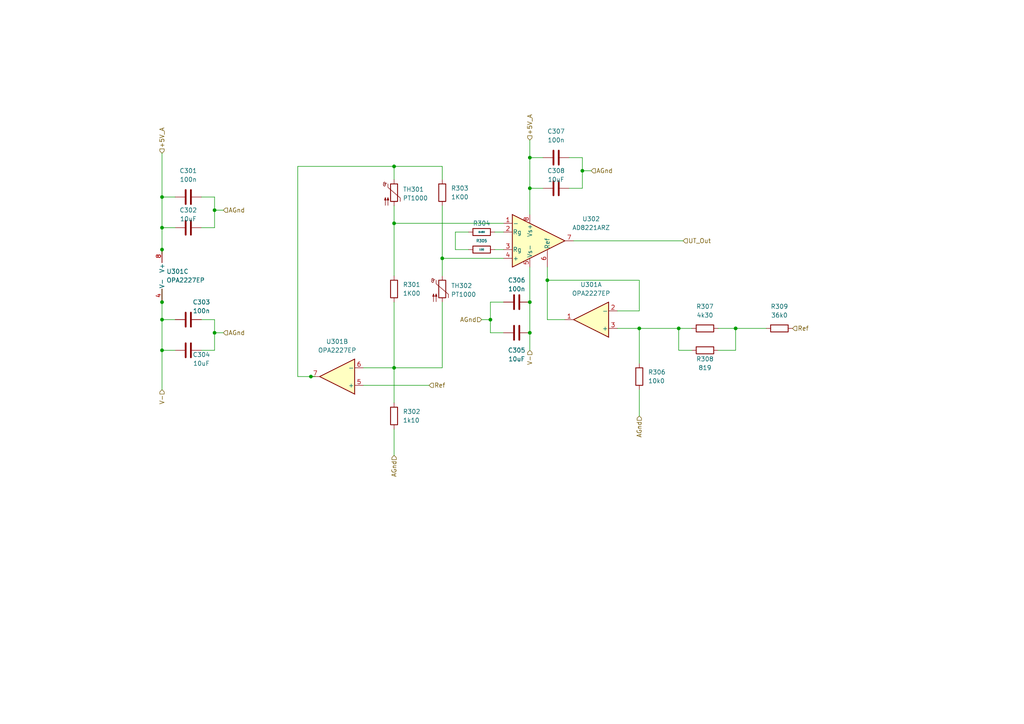
<source format=kicad_sch>
(kicad_sch (version 20231120) (generator "eeschema") (generator_version "8.0")
  (paper "A4")
  (lib_symbols
    (symbol "Amplifier_Instrumentation:AD8236ARMZ" (pin_names (offset 0.127))
      (property "Reference" "U" (at 3.556 7.366 0))
      (property "Value" "AD8236ARMZ" (at 7.366 5.334 0))
      (symbol "AD8236ARMZ_0_1"
        (polyline (pts (xy -5.08 7.62) (xy -5.08 -7.62) (xy 10.16 0) (xy -5.08 7.62)) (stroke (width 0.254)) (fill (type background)))
      )
      (symbol "AD8236ARMZ_1_1"
        (pin input line (at -7.62 5.08 0) (length 2.54) (name "-") (number "1"))
        (pin passive line (at -7.62 2.54 0) (length 2.54) (name "Rg") (number "2"))
        (pin passive line (at -7.62 -2.54 0) (length 2.54) (name "Rg") (number "3"))
        (pin input line (at -7.62 -5.08 0) (length 2.54) (name "+") (number "4"))
        (pin power_in line (at 0 -7.62 90) (length 2.54) (name "Vs-") (number "5"))
        (pin passive line (at 5.08 -7.62 90) (length 5.08) (name "Ref") (number "6"))
        (pin output line (at 12.7 0 180) (length 2.54) (name "~") (number "7"))
        (pin power_in line (at 0 7.62 270) (length 2.54) (name "Vs+") (number "8"))
      )
    )
    (symbol "Amplifier_Operational:OPA2277" (pin_names (offset 0.127))
      (property "Reference" "U" (at 0 5.08 0))
      (property "Value" "OPA2277" (at 0 -5.08 0))
      (symbol "OPA2277_1_1"
        (polyline (pts (xy -5.08 5.08) (xy 5.08 0) (xy -5.08 -5.08) (xy -5.08 5.08)) (stroke (width 0.254)) (fill (type background)))
        (pin output line (at 7.62 0 180) (length 2.54) (name "~") (number "1"))
        (pin input line (at -7.62 -2.54 0) (length 2.54) (name "-") (number "2"))
        (pin input line (at -7.62 2.54 0) (length 2.54) (name "+") (number "3"))
      )
      (symbol "OPA2277_2_1"
        (polyline (pts (xy -5.08 5.08) (xy 5.08 0) (xy -5.08 -5.08) (xy -5.08 5.08)) (stroke (width 0.254)) (fill (type background)))
        (pin input line (at -7.62 2.54 0) (length 2.54) (name "+") (number "5"))
        (pin input line (at -7.62 -2.54 0) (length 2.54) (name "-") (number "6"))
        (pin output line (at 7.62 0 180) (length 2.54) (name "~") (number "7"))
      )
      (symbol "OPA2277_3_1"
        (pin power_in line (at -2.54 -7.62 90) (length 3.81) (name "V-") (number "4"))
        (pin power_in line (at -2.54 7.62 270) (length 3.81) (name "V+") (number "8"))
      )
    )
    (symbol "Device:C" (pin_numbers hide) (pin_names (offset 0.254))
      (property "Reference" "C" (at 0.635 2.54 0))
      (property "Value" "C" (at 0.635 -2.54 0))
      (symbol "C_0_1"
        (polyline (pts (xy -2.032 -0.762) (xy 2.032 -0.762)) (stroke (width 0.508)))
        (polyline (pts (xy -2.032 0.762) (xy 2.032 0.762)) (stroke (width 0.508)))
      )
      (symbol "C_1_1"
        (pin passive line (at 0 3.81 270) (length 2.794) (name "~") (number "1"))
        (pin passive line (at 0 -3.81 90) (length 2.794) (name "~") (number "2"))
      )
    )
    (symbol "Device:R" (pin_numbers hide) (pin_names (offset 0))
      (property "Reference" "R" (at 2.032 0 90))
      (property "Value" "R" (at 0 0 90))
      (symbol "R_0_1"
        (rectangle (start -1.016 -2.54) (end 1.016 2.54) (stroke (width 0.254)))
      )
      (symbol "R_1_1"
        (pin passive line (at 0 3.81 270) (length 1.27) (name "~") (number "1"))
        (pin passive line (at 0 -3.81 90) (length 1.27) (name "~") (number "2"))
      )
    )
    (symbol "Sensor_Temperature:PT1000" (pin_numbers hide) (pin_names (offset 0))
      (property "Reference" "TH" (at -4.445 0 90))
      (property "Value" "PT1000" (at 3.175 0 90))
      (symbol "PT1000_0_1"
        (arc (start -3.048 2.159) (mid -3.0495 2.3143) (end -3.175 2.413))
        (arc (start -3.048 2.159) (mid -2.9736 1.9794) (end -2.794 1.905))
        (arc (start -3.048 2.794) (mid -2.9736 2.6144) (end -2.794 2.54))
        (arc (start -2.794 1.905) (mid -2.6144 1.9794) (end -2.54 2.159))
        (arc (start -2.794 2.54) (mid -2.4393 2.5587) (end -2.159 2.794))
        (arc (start -2.794 3.048) (mid -2.9736 2.9736) (end -3.048 2.794))
        (arc (start -2.54 2.794) (mid -2.6144 2.9736) (end -2.794 3.048))
        (rectangle (start -1.016 2.54) (end 1.016 -2.54) (stroke (width 0.254)))
        (polyline (pts (xy -2.54 2.159) (xy -2.54 2.794)))
        (polyline (pts (xy -1.778 2.54) (xy -1.778 1.524) (xy 1.778 -1.524) (xy 1.778 -2.54)))
        (polyline (pts (xy -2.54 -3.683) (xy -2.54 -1.397) (xy -2.794 -2.159) (xy -2.286 -2.159) (xy -2.54 -1.397) (xy -2.54 -1.651)) (fill (type outline)))
        (polyline (pts (xy -1.778 -3.683) (xy -1.778 -1.397) (xy -2.032 -2.159) (xy -1.524 -2.159) (xy -1.778 -1.397) (xy -1.778 -1.651)) (fill (type outline)))
      )
      (symbol "PT1000_1_1"
        (pin passive line (at 0 3.81 270) (length 1.27) (name "~") (number "1"))
        (pin passive line (at 0 -3.81 90) (length 1.27) (name "~") (number "2"))
      )
    )
  )
  (junction (at 142.24 92.71))
  (junction (at 196.85 95.25))
  (junction (at 46.99 66.04))
  (junction (at 46.99 72.39))
  (junction (at 46.99 92.71))
  (junction (at 114.3 48.26))
  (junction (at 213.36 95.25))
  (junction (at 153.67 54.61))
  (junction (at 128.27 74.93))
  (junction (at 90.17 109.22))
  (junction (at 62.23 60.96))
  (junction (at 153.67 87.63))
  (junction (at 46.99 101.6))
  (junction (at 114.3 64.77))
  (junction (at 46.99 87.63))
  (junction (at 62.23 96.52))
  (junction (at 185.42 95.25))
  (junction (at 158.75 81.28))
  (junction (at 153.67 45.72))
  (junction (at 46.99 57.15))
  (junction (at 114.3 106.68))
  (junction (at 153.67 96.52))
  (junction (at 168.91 49.53))
  (wire (pts (xy 58.42 57.15) (xy 62.23 57.15)))
  (wire (pts (xy 46.99 57.15) (xy 46.99 66.04)))
  (wire (pts (xy 128.27 74.93) (xy 128.27 80.01)))
  (wire (pts (xy 185.42 95.25) (xy 185.42 105.41)))
  (wire (pts (xy 46.99 57.15) (xy 50.8 57.15)))
  (wire (pts (xy 158.75 81.28) (xy 185.42 81.28)))
  (wire (pts (xy 185.42 113.03) (xy 185.42 120.65)))
  (wire (pts (xy 146.05 87.63) (xy 142.24 87.63)))
  (wire (pts (xy 46.99 87.63) (xy 46.99 92.71)))
  (wire (pts (xy 62.23 96.52) (xy 64.77 96.52)))
  (wire (pts (xy 128.27 106.68) (xy 114.3 106.68)))
  (wire (pts (xy 185.42 90.17) (xy 179.07 90.17)))
  (wire (pts (xy 196.85 101.6) (xy 200.66 101.6)))
  (wire (pts (xy 213.36 101.6) (xy 213.36 95.25)))
  (wire (pts (xy 143.51 67.31) (xy 146.05 67.31)))
  (wire (pts (xy 213.36 95.25) (xy 222.25 95.25)))
  (wire (pts (xy 46.99 66.04) (xy 50.8 66.04)))
  (wire (pts (xy 46.99 66.04) (xy 46.99 72.39)))
  (wire (pts (xy 179.07 95.25) (xy 185.42 95.25)))
  (wire (pts (xy 46.99 72.39) (xy 46.99 73.66)))
  (wire (pts (xy 146.05 96.52) (xy 142.24 96.52)))
  (wire (pts (xy 135.89 67.31) (xy 132.08 67.31)))
  (wire (pts (xy 114.3 48.26) (xy 128.27 48.26)))
  (wire (pts (xy 58.42 101.6) (xy 62.23 101.6)))
  (wire (pts (xy 185.42 81.28) (xy 185.42 90.17)))
  (wire (pts (xy 46.99 92.71) (xy 46.99 101.6)))
  (wire (pts (xy 128.27 74.93) (xy 146.05 74.93)))
  (wire (pts (xy 153.67 45.72) (xy 153.67 54.61)))
  (wire (pts (xy 168.91 49.53) (xy 168.91 54.61)))
  (wire (pts (xy 46.99 83.82) (xy 46.99 87.63)))
  (wire (pts (xy 128.27 48.26) (xy 128.27 52.07)))
  (wire (pts (xy 153.67 54.61) (xy 157.48 54.61)))
  (wire (pts (xy 153.67 96.52) (xy 153.67 101.6)))
  (wire (pts (xy 168.91 45.72) (xy 168.91 49.53)))
  (wire (pts (xy 165.1 45.72) (xy 168.91 45.72)))
  (wire (pts (xy 90.17 109.22) (xy 91.44 109.22)))
  (wire (pts (xy 208.28 101.6) (xy 213.36 101.6)))
  (wire (pts (xy 86.36 109.22) (xy 90.17 109.22)))
  (wire (pts (xy 153.67 45.72) (xy 157.48 45.72)))
  (wire (pts (xy 142.24 92.71) (xy 142.24 87.63)))
  (wire (pts (xy 153.67 54.61) (xy 153.67 62.23)))
  (wire (pts (xy 114.3 59.69) (xy 114.3 64.77)))
  (wire (pts (xy 168.91 49.53) (xy 171.45 49.53)))
  (wire (pts (xy 196.85 95.25) (xy 196.85 101.6)))
  (wire (pts (xy 142.24 96.52) (xy 142.24 92.71)))
  (wire (pts (xy 46.99 101.6) (xy 46.99 113.03)))
  (wire (pts (xy 158.75 92.71) (xy 163.83 92.71)))
  (wire (pts (xy 105.41 111.76) (xy 124.46 111.76)))
  (wire (pts (xy 143.51 72.39) (xy 146.05 72.39)))
  (wire (pts (xy 158.75 77.47) (xy 158.75 81.28)))
  (wire (pts (xy 62.23 57.15) (xy 62.23 60.96)))
  (wire (pts (xy 114.3 106.68) (xy 114.3 116.84)))
  (wire (pts (xy 86.36 48.26) (xy 86.36 109.22)))
  (wire (pts (xy 114.3 48.26) (xy 114.3 52.07)))
  (wire (pts (xy 158.75 81.28) (xy 158.75 92.71)))
  (wire (pts (xy 58.42 92.71) (xy 62.23 92.71)))
  (wire (pts (xy 105.41 106.68) (xy 114.3 106.68)))
  (wire (pts (xy 142.24 92.71) (xy 139.7 92.71)))
  (wire (pts (xy 132.08 72.39) (xy 135.89 72.39)))
  (wire (pts (xy 86.36 48.26) (xy 114.3 48.26)))
  (wire (pts (xy 114.3 124.46) (xy 114.3 132.08)))
  (wire (pts (xy 114.3 64.77) (xy 146.05 64.77)))
  (wire (pts (xy 46.99 101.6) (xy 50.8 101.6)))
  (wire (pts (xy 128.27 59.69) (xy 128.27 74.93)))
  (wire (pts (xy 166.37 69.85) (xy 198.12 69.85)))
  (wire (pts (xy 46.99 44.45) (xy 46.99 57.15)))
  (wire (pts (xy 62.23 60.96) (xy 64.77 60.96)))
  (wire (pts (xy 153.67 77.47) (xy 153.67 87.63)))
  (wire (pts (xy 114.3 64.77) (xy 114.3 80.01)))
  (wire (pts (xy 196.85 95.25) (xy 200.66 95.25)))
  (wire (pts (xy 153.67 40.64) (xy 153.67 45.72)))
  (wire (pts (xy 185.42 95.25) (xy 196.85 95.25)))
  (wire (pts (xy 153.67 87.63) (xy 153.67 96.52)))
  (wire (pts (xy 208.28 95.25) (xy 213.36 95.25)))
  (wire (pts (xy 62.23 92.71) (xy 62.23 96.52)))
  (wire (pts (xy 128.27 87.63) (xy 128.27 106.68)))
  (wire (pts (xy 62.23 60.96) (xy 62.23 66.04)))
  (wire (pts (xy 132.08 67.31) (xy 132.08 72.39)))
  (wire (pts (xy 58.42 66.04) (xy 62.23 66.04)))
  (wire (pts (xy 62.23 96.52) (xy 62.23 101.6)))
  (wire (pts (xy 114.3 87.63) (xy 114.3 106.68)))
  (wire (pts (xy 165.1 54.61) (xy 168.91 54.61)))
  (wire (pts (xy 46.99 92.71) (xy 50.8 92.71)))
  (hierarchical_label "AGnd" (shape input) (at 64.77 96.52 0))
  (hierarchical_label "+5V_A" (shape input) (at 153.67 40.64 90))
  (hierarchical_label "Ref" (shape input) (at 229.87 95.25 0))
  (hierarchical_label "AGnd" (shape input) (at 171.45 49.53 0))
  (hierarchical_label "AGnd" (shape input) (at 139.7 92.71 180))
  (hierarchical_label "AGnd" (shape input) (at 64.77 60.96 0))
  (hierarchical_label "V-" (shape input) (at 153.67 101.6 270))
  (hierarchical_label "UT_Out" (shape input) (at 198.12 69.85 0))
  (hierarchical_label "+5V_A" (shape input) (at 46.99 44.45 90))
  (hierarchical_label "AGnd" (shape input) (at 114.3 132.08 270))
  (hierarchical_label "Ref" (shape input) (at 124.46 111.76 0))
  (hierarchical_label "V-" (shape input) (at 46.99 113.03 270))
  (hierarchical_label "AGnd" (shape input) (at 185.42 120.65 270))
  (symbol (lib_id "Amplifier_Instrumentation:AD8236ARMZ") (at 153.67 69.85 0) (unit 1)
    (property "Reference" "U302" (at 171.45 63.5 0))
    (property "Value" "AD8221ARZ" (at 171.45 66.04 0))
    (property "Footprint" "Package_SO:SOIC-8_3.9x4.9mm_P1.27mm" (effects (hide yes)))
    (property "Datasheet" "https://www.analog.com/media/en/technical-documentation/data-sheets/AD8236.pdf" (effects (hide yes)))
  )
  (symbol (lib_id "Amplifier_Operational:OPA2277") (at 97.79 109.22 180) (unit 2)
    (property "Reference" "U301" (at 97.79 99.06 0))
    (property "Value" "OPA2227EP" (at 97.79 101.6 0))
    (property "Footprint" "Package_SO:SOIC-8_3.9x4.9mm_P1.27mm" (effects (hide yes)))
    (property "Datasheet" "https://www.ti.com/lit/ds/symlink/opa2277.pdf" (effects (hide yes)))
  )
  (symbol (lib_id "Device:C") (at 161.29 45.72 90) (unit 1)
    (property "Reference" "C307" (at 161.29 38.1 90))
    (property "Value" "100n" (at 161.29 40.64 90))
    (property "Footprint" "Capacitor_SMD:C_0805_2012Metric" (effects (hide yes)))
  )
  (symbol (lib_id "Device:R") (at 204.47 95.25 90) (unit 1)
    (property "Reference" "R307" (at 204.47 88.9 90))
    (property "Value" "4k30" (at 204.47 91.44 90))
    (property "Footprint" "Resistor_SMD:R_0805_2012Metric" (effects (hide yes)))
  )
  (symbol (lib_id "Device:C") (at 54.61 57.15 90) (unit 1)
    (property "Reference" "C301" (at 54.61 49.53 90))
    (property "Value" "100n" (at 54.61 52.07 90))
    (property "Footprint" "Capacitor_SMD:C_0805_2012Metric" (effects (hide yes)))
  )
  (symbol (lib_id "Device:C") (at 161.29 54.61 90) (unit 1)
    (property "Reference" "C308" (at 161.29 49.53 90))
    (property "Value" "10uF" (at 161.29 52.07 90))
    (property "Footprint" "Capacitor_SMD:C_0805_2012Metric" (effects (hide yes)))
  )
  (symbol (lib_id "Device:R") (at 204.47 101.6 90) (unit 1)
    (property "Reference" "R308" (at 204.47 104.14 90))
    (property "Value" "819" (at 204.47 106.68 90))
    (property "Footprint" "Resistor_SMD:R_0805_2012Metric" (effects (hide yes)))
  )
  (symbol (lib_id "Sensor_Temperature:PT1000") (at 128.27 83.82 0) (unit 1)
    (property "Reference" "TH302" (at 130.81 82.8675 0) (effects (justify left)))
    (property "Value" "PT1000" (at 130.81 85.4075 0) (effects (justify left)))
    (property "Footprint" "Resistor_SMD:R_0805_2012Metric" (effects (hide yes)))
    (property "Datasheet" "https://www.heraeus.com/media/media/group/doc_group/products_1/hst/sot_to/de_15/to_92_d.pdf" (effects (hide yes)))
  )
  (symbol (lib_id "Device:R") (at 114.3 120.65 0) (unit 1)
    (property "Reference" "R302" (at 116.84 119.3799 0) (effects (justify left)))
    (property "Value" "1k10" (at 116.84 121.9199 0) (effects (justify left)))
    (property "Footprint" "Resistor_SMD:R_0805_2012Metric" (effects (hide yes)))
  )
  (symbol (lib_id "Device:R") (at 128.27 55.88 0) (unit 1)
    (property "Reference" "R303" (at 130.81 54.61 0) (effects (justify left)))
    (property "Value" "1K00" (at 130.81 57.15 0) (effects (justify left)))
    (property "Footprint" "Resistor_SMD:R_0805_2012Metric" (effects (hide yes)))
  )
  (symbol (lib_id "Device:R") (at 139.7 67.31 90) (unit 1)
    (property "Reference" "R304" (at 139.7 64.77 90))
    (property "Value" "6k80" (at 139.7 67.31 90) (effects (font (size 0.5 0.5))))
    (property "Footprint" "Resistor_SMD:R_0805_2012Metric" (effects (hide yes)))
  )
  (symbol (lib_id "Device:C") (at 149.86 87.63 270) (unit 1)
    (property "Reference" "C305" (at 149.86 101.6 90))
    (property "Value" "100n" (at 149.86 83.82 90))
    (property "Footprint" "Capacitor_SMD:C_0805_2012Metric" (effects (hide yes)))
  )
  (symbol (lib_id "Amplifier_Operational:OPA2277") (at 171.45 92.71 180) (unit 1)
    (property "Reference" "U301" (at 171.45 82.55 0))
    (property "Value" "OPA2227EP" (at 171.45 85.09 0))
    (property "Footprint" "Package_SO:SOIC-8_3.9x4.9mm_P1.27mm" (effects (hide yes)))
    (property "Datasheet" "https://www.ti.com/lit/ds/symlink/opa2277.pdf" (effects (hide yes)))
  )
  (symbol (lib_id "Device:R") (at 185.42 109.22 0) (unit 1)
    (property "Reference" "R306" (at 187.96 107.95 0) (effects (justify left)))
    (property "Value" "10k0" (at 187.96 110.49 0) (effects (justify left)))
    (property "Footprint" "Resistor_SMD:R_0805_2012Metric" (effects (hide yes)))
  )
  (symbol (lib_id "Device:R") (at 114.3 83.82 0) (unit 1)
    (property "Reference" "R301" (at 116.84 82.55 0) (effects (justify left)))
    (property "Value" "1K00" (at 116.84 85.09 0) (effects (justify left)))
    (property "Footprint" "Resistor_SMD:R_0805_2012Metric" (effects (hide yes)))
  )
  (symbol (lib_id "Device:R") (at 139.7 72.39 90) (unit 1)
    (property "Reference" "R305" (at 139.7 69.85 90) (effects (font (size 0.8 0.8))))
    (property "Value" "100" (at 139.7 72.39 90) (effects (font (size 0.5 0.5))))
    (property "Footprint" "Resistor_SMD:R_0805_2012Metric" (effects (hide yes)))
  )
  (symbol (lib_id "Device:C") (at 54.61 66.04 90) (unit 1)
    (property "Reference" "C302" (at 54.61 60.96 90))
    (property "Value" "10uF" (at 54.61 63.5 90))
    (property "Footprint" "Capacitor_SMD:C_0805_2012Metric" (effects (hide yes)))
  )
  (symbol (lib_id "Amplifier_Operational:OPA2277") (at 49.53 80.01 0) (unit 3)
    (property "Reference" "U301" (at 48.26 78.74 0) (effects (justify left)))
    (property "Value" "OPA2227EP" (at 48.26 81.28 0) (effects (justify left)))
    (property "Footprint" "Package_SO:SOIC-8_3.9x4.9mm_P1.27mm" (effects (hide yes)))
    (property "Datasheet" "https://www.ti.com/lit/ds/symlink/opa2277.pdf" (effects (hide yes)))
  )
  (symbol (lib_id "Device:C") (at 54.61 101.6 90) (unit 1)
    (property "Reference" "C304" (at 58.42 102.87 90))
    (property "Value" "10uF" (at 58.42 105.41 90))
    (property "Footprint" "Capacitor_SMD:C_0805_2012Metric" (effects (hide yes)))
  )
  (symbol (lib_id "Device:C") (at 54.61 92.71 90) (unit 1)
    (property "Reference" "C303" (at 58.42 87.63 90))
    (property "Value" "100n" (at 58.42 90.17 90))
    (property "Footprint" "Capacitor_SMD:C_0805_2012Metric" (effects (hide yes)))
  )
  (symbol (lib_id "Sensor_Temperature:PT1000") (at 114.3 55.88 0) (unit 1)
    (property "Reference" "TH301" (at 116.84 54.9275 0) (effects (justify left)))
    (property "Value" "PT1000" (at 116.84 57.4675 0) (effects (justify left)))
    (property "Footprint" "Resistor_SMD:R_0805_2012Metric" (effects (hide yes)))
    (property "Datasheet" "https://www.heraeus.com/media/media/group/doc_group/products_1/hst/sot_to/de_15/to_92_d.pdf" (effects (hide yes)))
  )
  (symbol (lib_id "Device:R") (at 226.06 95.25 90) (unit 1)
    (property "Reference" "R309" (at 226.06 88.9 90))
    (property "Value" "36k0" (at 226.06 91.44 90))
    (property "Footprint" "Resistor_SMD:R_0805_2012Metric" (effects (hide yes)))
  )
  (symbol (lib_id "Device:C") (at 149.86 96.52 270) (unit 1)
    (property "Reference" "C306" (at 149.86 81.28 90))
    (property "Value" "10uF" (at 149.86 104.14 90))
    (property "Footprint" "Capacitor_SMD:C_0805_2012Metric" (effects (hide yes)))
  )
)
</source>
